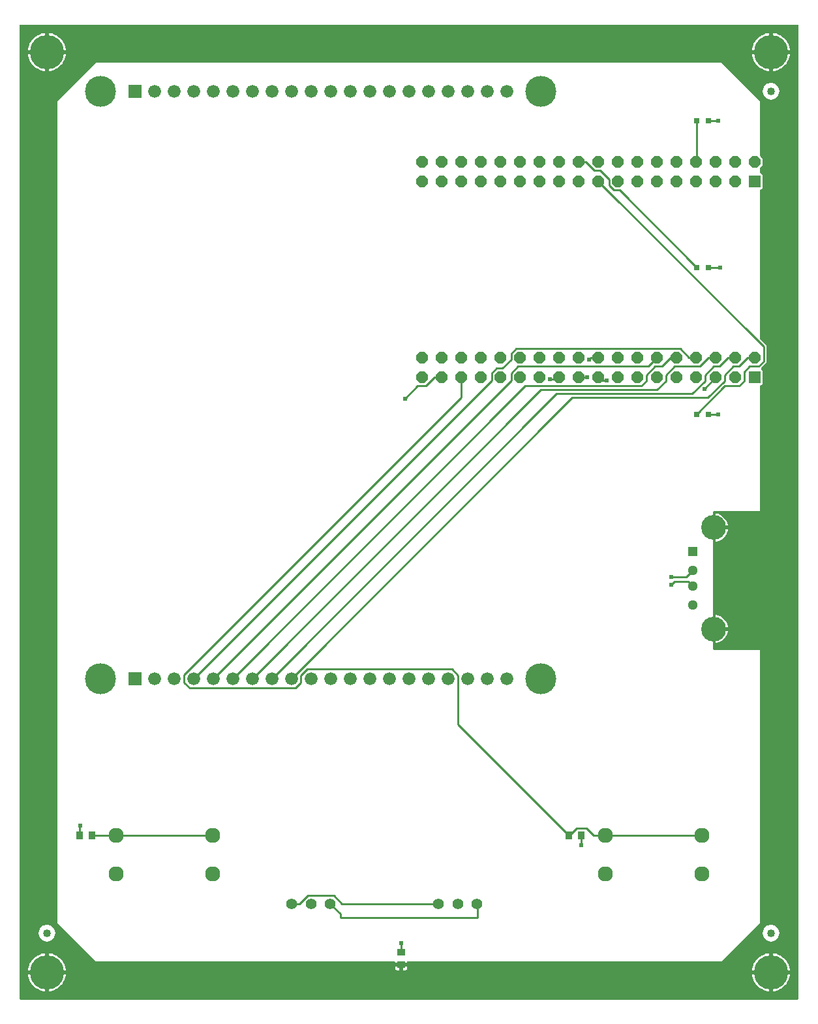
<source format=gbr>
G04 EAGLE Gerber RS-274X export*
G75*
%MOMM*%
%FSLAX34Y34*%
%LPD*%
%INTop Copper*%
%IPPOS*%
%AMOC8*
5,1,8,0,0,1.08239X$1,22.5*%
G01*
%ADD10R,0.800000X0.800000*%
%ADD11R,1.288000X1.288000*%
%ADD12C,1.288000*%
%ADD13C,3.220000*%
%ADD14R,1.676400X1.676400*%
%ADD15C,1.676400*%
%ADD16C,4.016000*%
%ADD17R,1.524000X1.524000*%
%ADD18P,1.649562X8X202.500000*%
%ADD19C,1.960000*%
%ADD20C,1.400000*%
%ADD21R,0.949959X1.031241*%
%ADD22C,4.445000*%
%ADD23C,1.016000*%
%ADD24R,1.031241X0.949959*%
%ADD25C,0.254000*%
%ADD26C,0.609600*%

G36*
X1013444Y1266308D02*
X1013444Y1266308D01*
X1013437Y1266427D01*
X1013424Y1266465D01*
X1013419Y1266506D01*
X1013376Y1266616D01*
X1013339Y1266729D01*
X1013317Y1266764D01*
X1013302Y1266801D01*
X1013233Y1266897D01*
X1013169Y1266998D01*
X1013139Y1267026D01*
X1013116Y1267059D01*
X1013024Y1267135D01*
X1012937Y1267216D01*
X1012902Y1267236D01*
X1012871Y1267261D01*
X1012763Y1267312D01*
X1012659Y1267370D01*
X1012619Y1267380D01*
X1012583Y1267397D01*
X1012466Y1267419D01*
X1012351Y1267449D01*
X1012291Y1267453D01*
X1012271Y1267457D01*
X1012250Y1267455D01*
X1012190Y1267459D01*
X3810Y1267459D01*
X3692Y1267444D01*
X3573Y1267437D01*
X3535Y1267424D01*
X3494Y1267419D01*
X3384Y1267376D01*
X3271Y1267339D01*
X3236Y1267317D01*
X3199Y1267302D01*
X3103Y1267233D01*
X3002Y1267169D01*
X2974Y1267139D01*
X2941Y1267116D01*
X2865Y1267024D01*
X2784Y1266937D01*
X2764Y1266902D01*
X2739Y1266871D01*
X2688Y1266763D01*
X2630Y1266659D01*
X2620Y1266619D01*
X2603Y1266583D01*
X2581Y1266466D01*
X2551Y1266351D01*
X2547Y1266291D01*
X2543Y1266271D01*
X2545Y1266250D01*
X2541Y1266190D01*
X2541Y3810D01*
X2556Y3692D01*
X2563Y3573D01*
X2576Y3535D01*
X2581Y3494D01*
X2624Y3384D01*
X2661Y3271D01*
X2683Y3236D01*
X2698Y3199D01*
X2767Y3103D01*
X2831Y3002D01*
X2861Y2974D01*
X2884Y2941D01*
X2976Y2865D01*
X3063Y2784D01*
X3098Y2764D01*
X3129Y2739D01*
X3237Y2688D01*
X3341Y2630D01*
X3381Y2620D01*
X3417Y2603D01*
X3534Y2581D01*
X3649Y2551D01*
X3709Y2547D01*
X3729Y2543D01*
X3750Y2545D01*
X3810Y2541D01*
X1012190Y2541D01*
X1012308Y2556D01*
X1012427Y2563D01*
X1012465Y2576D01*
X1012506Y2581D01*
X1012616Y2624D01*
X1012729Y2661D01*
X1012764Y2683D01*
X1012801Y2698D01*
X1012897Y2767D01*
X1012998Y2831D01*
X1013026Y2861D01*
X1013059Y2884D01*
X1013135Y2976D01*
X1013216Y3063D01*
X1013236Y3098D01*
X1013261Y3129D01*
X1013312Y3237D01*
X1013370Y3341D01*
X1013380Y3381D01*
X1013397Y3417D01*
X1013419Y3534D01*
X1013449Y3649D01*
X1013453Y3709D01*
X1013457Y3729D01*
X1013455Y3750D01*
X1013459Y3810D01*
X1013459Y1266190D01*
X1013444Y1266308D01*
G37*
%LPC*%
G36*
X102126Y1217931D02*
X102126Y1217931D01*
X913874Y1217931D01*
X963931Y1167874D01*
X963931Y1097264D01*
X963943Y1097166D01*
X963946Y1097067D01*
X963963Y1097009D01*
X963971Y1096949D01*
X964007Y1096857D01*
X964035Y1096762D01*
X964065Y1096710D01*
X964088Y1096653D01*
X964146Y1096573D01*
X964196Y1096488D01*
X964262Y1096412D01*
X964274Y1096396D01*
X964284Y1096388D01*
X964303Y1096367D01*
X967061Y1093609D01*
X967061Y1085191D01*
X964303Y1082433D01*
X964242Y1082355D01*
X964174Y1082283D01*
X964145Y1082230D01*
X964108Y1082182D01*
X964068Y1082091D01*
X964020Y1082004D01*
X964005Y1081946D01*
X963981Y1081890D01*
X963966Y1081792D01*
X963941Y1081696D01*
X963935Y1081596D01*
X963931Y1081576D01*
X963933Y1081564D01*
X963931Y1081536D01*
X963931Y1075430D01*
X963946Y1075312D01*
X963953Y1075193D01*
X963966Y1075155D01*
X963971Y1075114D01*
X964014Y1075004D01*
X964051Y1074891D01*
X964073Y1074856D01*
X964088Y1074819D01*
X964158Y1074723D01*
X964221Y1074622D01*
X964251Y1074594D01*
X964274Y1074561D01*
X964366Y1074485D01*
X964453Y1074404D01*
X964488Y1074384D01*
X964519Y1074359D01*
X964627Y1074308D01*
X964731Y1074250D01*
X964771Y1074240D01*
X964807Y1074223D01*
X964924Y1074201D01*
X965039Y1074171D01*
X965100Y1074167D01*
X965120Y1074163D01*
X965140Y1074165D01*
X965200Y1074161D01*
X965572Y1074161D01*
X967061Y1072672D01*
X967061Y1055328D01*
X965572Y1053839D01*
X965200Y1053839D01*
X965082Y1053824D01*
X964963Y1053817D01*
X964925Y1053804D01*
X964884Y1053799D01*
X964774Y1053756D01*
X964661Y1053719D01*
X964626Y1053697D01*
X964589Y1053682D01*
X964493Y1053613D01*
X964392Y1053549D01*
X964364Y1053519D01*
X964331Y1053496D01*
X964256Y1053404D01*
X964174Y1053317D01*
X964154Y1053282D01*
X964129Y1053251D01*
X964078Y1053143D01*
X964020Y1053039D01*
X964010Y1052999D01*
X963993Y1052963D01*
X963971Y1052846D01*
X963941Y1052731D01*
X963937Y1052671D01*
X963933Y1052651D01*
X963935Y1052630D01*
X963931Y1052570D01*
X963931Y859684D01*
X963943Y859586D01*
X963946Y859487D01*
X963963Y859429D01*
X963971Y859369D01*
X964007Y859277D01*
X964035Y859181D01*
X964065Y859129D01*
X964088Y859073D01*
X964146Y858993D01*
X964196Y858908D01*
X964262Y858832D01*
X964274Y858816D01*
X964284Y858808D01*
X964303Y858787D01*
X972141Y850948D01*
X972141Y829087D01*
X965817Y822763D01*
X965291Y822237D01*
X965218Y822143D01*
X965139Y822054D01*
X965121Y822018D01*
X965096Y821986D01*
X965049Y821877D01*
X964995Y821771D01*
X964986Y821731D01*
X964970Y821694D01*
X964951Y821576D01*
X964925Y821460D01*
X964926Y821420D01*
X964920Y821380D01*
X964931Y821261D01*
X964935Y821142D01*
X964946Y821104D01*
X964950Y821063D01*
X964990Y820951D01*
X965023Y820837D01*
X965043Y820802D01*
X965057Y820764D01*
X965124Y820666D01*
X965185Y820563D01*
X965224Y820518D01*
X965236Y820501D01*
X965251Y820487D01*
X965291Y820442D01*
X967061Y818672D01*
X967061Y801328D01*
X965572Y799839D01*
X965200Y799839D01*
X965082Y799824D01*
X964963Y799817D01*
X964925Y799804D01*
X964884Y799799D01*
X964774Y799756D01*
X964661Y799719D01*
X964626Y799697D01*
X964589Y799682D01*
X964493Y799613D01*
X964392Y799549D01*
X964364Y799519D01*
X964331Y799496D01*
X964256Y799404D01*
X964174Y799317D01*
X964154Y799282D01*
X964129Y799251D01*
X964078Y799143D01*
X964020Y799039D01*
X964010Y798999D01*
X963993Y798963D01*
X963971Y798846D01*
X963941Y798731D01*
X963937Y798671D01*
X963933Y798651D01*
X963935Y798630D01*
X963931Y798570D01*
X963931Y636269D01*
X904240Y636269D01*
X904122Y636254D01*
X904003Y636247D01*
X903965Y636234D01*
X903924Y636229D01*
X903814Y636186D01*
X903701Y636149D01*
X903666Y636127D01*
X903629Y636112D01*
X903533Y636043D01*
X903432Y635979D01*
X903404Y635949D01*
X903371Y635926D01*
X903296Y635834D01*
X903214Y635747D01*
X903194Y635712D01*
X903169Y635681D01*
X903118Y635573D01*
X903060Y635469D01*
X903050Y635429D01*
X903033Y635393D01*
X903011Y635276D01*
X902981Y635161D01*
X902977Y635101D01*
X902973Y635081D01*
X902975Y635060D01*
X902971Y635000D01*
X902971Y616170D01*
X902986Y616052D01*
X902993Y615933D01*
X903006Y615895D01*
X903011Y615855D01*
X903054Y615744D01*
X903091Y615631D01*
X903113Y615597D01*
X903128Y615559D01*
X903198Y615463D01*
X903261Y615362D01*
X903291Y615334D01*
X903314Y615302D01*
X903401Y615230D01*
X903401Y614577D01*
X903371Y614555D01*
X903296Y614464D01*
X903214Y614377D01*
X903194Y614342D01*
X903169Y614310D01*
X903118Y614203D01*
X903060Y614098D01*
X903050Y614059D01*
X903033Y614023D01*
X903011Y613906D01*
X902981Y613791D01*
X902977Y613730D01*
X902973Y613710D01*
X902975Y613690D01*
X902971Y613630D01*
X902971Y484770D01*
X902986Y484652D01*
X902993Y484533D01*
X903006Y484495D01*
X903011Y484455D01*
X903054Y484344D01*
X903091Y484231D01*
X903113Y484197D01*
X903128Y484159D01*
X903198Y484063D01*
X903261Y483962D01*
X903291Y483934D01*
X903314Y483902D01*
X903401Y483830D01*
X903401Y483177D01*
X903371Y483155D01*
X903296Y483064D01*
X903214Y482977D01*
X903194Y482942D01*
X903169Y482910D01*
X903118Y482803D01*
X903060Y482698D01*
X903050Y482659D01*
X903033Y482623D01*
X903011Y482506D01*
X902981Y482391D01*
X902977Y482330D01*
X902973Y482310D01*
X902975Y482290D01*
X902971Y482230D01*
X902971Y457200D01*
X902986Y457082D01*
X902993Y456963D01*
X903006Y456925D01*
X903011Y456884D01*
X903054Y456774D01*
X903091Y456661D01*
X903113Y456626D01*
X903128Y456589D01*
X903198Y456493D01*
X903261Y456392D01*
X903291Y456364D01*
X903314Y456331D01*
X903406Y456256D01*
X903493Y456174D01*
X903528Y456154D01*
X903559Y456129D01*
X903667Y456078D01*
X903771Y456020D01*
X903811Y456010D01*
X903847Y455993D01*
X903964Y455971D01*
X904079Y455941D01*
X904140Y455937D01*
X904160Y455933D01*
X904180Y455935D01*
X904240Y455931D01*
X963931Y455931D01*
X963931Y102126D01*
X913874Y52069D01*
X506806Y52069D01*
X506688Y52054D01*
X506569Y52047D01*
X506531Y52034D01*
X506491Y52029D01*
X506380Y51986D01*
X506267Y51949D01*
X506233Y51927D01*
X506195Y51912D01*
X506099Y51843D01*
X505998Y51779D01*
X505970Y51749D01*
X505938Y51726D01*
X505862Y51634D01*
X505780Y51547D01*
X505761Y51512D01*
X505735Y51481D01*
X505684Y51373D01*
X505627Y51269D01*
X505616Y51229D01*
X505599Y51193D01*
X505577Y51076D01*
X505547Y50961D01*
X505543Y50901D01*
X505539Y50881D01*
X505541Y50860D01*
X505541Y50859D01*
X505539Y50853D01*
X505540Y50846D01*
X505537Y50800D01*
X505537Y50253D01*
X498945Y50253D01*
X498827Y50238D01*
X498708Y50231D01*
X498670Y50218D01*
X498630Y50213D01*
X498519Y50169D01*
X498406Y50133D01*
X498371Y50111D01*
X498334Y50096D01*
X498238Y50026D01*
X498137Y49963D01*
X498109Y49933D01*
X498077Y49909D01*
X498001Y49818D01*
X497919Y49731D01*
X497900Y49696D01*
X497874Y49664D01*
X497844Y49600D01*
X497777Y49691D01*
X497714Y49792D01*
X497684Y49820D01*
X497660Y49852D01*
X497569Y49928D01*
X497482Y50010D01*
X497447Y50029D01*
X497415Y50055D01*
X497308Y50106D01*
X497204Y50163D01*
X497164Y50174D01*
X497128Y50191D01*
X497011Y50213D01*
X496896Y50243D01*
X496835Y50247D01*
X496815Y50251D01*
X496795Y50249D01*
X496735Y50253D01*
X490143Y50253D01*
X490143Y50800D01*
X490128Y50918D01*
X490121Y51037D01*
X490108Y51075D01*
X490103Y51116D01*
X490059Y51226D01*
X490023Y51339D01*
X490001Y51374D01*
X489986Y51411D01*
X489916Y51508D01*
X489853Y51608D01*
X489823Y51636D01*
X489799Y51669D01*
X489708Y51745D01*
X489621Y51826D01*
X489586Y51846D01*
X489554Y51871D01*
X489447Y51922D01*
X489342Y51980D01*
X489303Y51990D01*
X489267Y52007D01*
X489150Y52029D01*
X489035Y52059D01*
X488974Y52063D01*
X488954Y52067D01*
X488934Y52065D01*
X488874Y52069D01*
X102126Y52069D01*
X52069Y102126D01*
X52069Y1167874D01*
X102126Y1217931D01*
G37*
%LPD*%
%LPC*%
G36*
X32568Y79319D02*
X32568Y79319D01*
X28519Y83368D01*
X27036Y88900D01*
X28519Y94432D01*
X32568Y98481D01*
X38100Y99964D01*
X43632Y98481D01*
X47681Y94432D01*
X49164Y88900D01*
X47681Y83368D01*
X43632Y79319D01*
X38100Y77836D01*
X32568Y79319D01*
G37*
%LPD*%
%LPC*%
G36*
X972368Y79319D02*
X972368Y79319D01*
X968319Y83368D01*
X966836Y88900D01*
X968319Y94432D01*
X972368Y98481D01*
X977900Y99964D01*
X983432Y98481D01*
X987481Y94432D01*
X988964Y88900D01*
X987481Y83368D01*
X983432Y79319D01*
X977900Y77836D01*
X972368Y79319D01*
G37*
%LPD*%
%LPC*%
G36*
X972368Y1171519D02*
X972368Y1171519D01*
X968319Y1175568D01*
X966836Y1181100D01*
X968319Y1186632D01*
X972368Y1190681D01*
X977900Y1192164D01*
X983432Y1190681D01*
X987481Y1186632D01*
X988964Y1181100D01*
X987481Y1175568D01*
X983432Y1171519D01*
X977900Y1170036D01*
X972368Y1171519D01*
G37*
%LPD*%
%LPC*%
G36*
X40639Y1234439D02*
X40639Y1234439D01*
X40639Y1256536D01*
X42255Y1256354D01*
X44967Y1255735D01*
X47592Y1254817D01*
X50099Y1253610D01*
X52454Y1252130D01*
X54629Y1250395D01*
X56595Y1248429D01*
X58330Y1246254D01*
X59810Y1243899D01*
X61017Y1241392D01*
X61935Y1238767D01*
X62554Y1236055D01*
X62736Y1234439D01*
X40639Y1234439D01*
G37*
%LPD*%
%LPC*%
G36*
X980439Y1234439D02*
X980439Y1234439D01*
X980439Y1256536D01*
X982055Y1256354D01*
X984767Y1255735D01*
X987392Y1254817D01*
X989899Y1253610D01*
X992254Y1252130D01*
X994429Y1250395D01*
X996395Y1248429D01*
X998130Y1246254D01*
X999610Y1243899D01*
X1000817Y1241392D01*
X1001735Y1238767D01*
X1002354Y1236055D01*
X1002536Y1234439D01*
X980439Y1234439D01*
G37*
%LPD*%
%LPC*%
G36*
X40639Y40639D02*
X40639Y40639D01*
X40639Y62736D01*
X42255Y62554D01*
X44967Y61935D01*
X47592Y61017D01*
X50099Y59810D01*
X52454Y58330D01*
X54629Y56595D01*
X56595Y54629D01*
X58330Y52454D01*
X59810Y50099D01*
X61017Y47592D01*
X61935Y44967D01*
X62554Y42255D01*
X62736Y40639D01*
X40639Y40639D01*
G37*
%LPD*%
%LPC*%
G36*
X980439Y40639D02*
X980439Y40639D01*
X980439Y62736D01*
X982055Y62554D01*
X984767Y61935D01*
X987392Y61017D01*
X989899Y59810D01*
X992254Y58330D01*
X994429Y56595D01*
X996395Y54629D01*
X998130Y52454D01*
X999610Y50099D01*
X1000817Y47592D01*
X1001735Y44967D01*
X1002354Y42255D01*
X1002536Y40639D01*
X980439Y40639D01*
G37*
%LPD*%
%LPC*%
G36*
X13464Y1234439D02*
X13464Y1234439D01*
X13646Y1236055D01*
X14265Y1238767D01*
X15183Y1241392D01*
X16390Y1243899D01*
X17870Y1246254D01*
X19605Y1248429D01*
X21571Y1250395D01*
X23746Y1252130D01*
X26101Y1253610D01*
X28608Y1254817D01*
X31233Y1255735D01*
X33945Y1256354D01*
X35561Y1256536D01*
X35561Y1234439D01*
X13464Y1234439D01*
G37*
%LPD*%
%LPC*%
G36*
X953264Y1234439D02*
X953264Y1234439D01*
X953446Y1236055D01*
X954065Y1238767D01*
X954983Y1241392D01*
X956190Y1243899D01*
X957670Y1246254D01*
X959405Y1248429D01*
X961371Y1250395D01*
X963546Y1252130D01*
X965901Y1253610D01*
X968408Y1254817D01*
X971033Y1255735D01*
X973745Y1256354D01*
X975361Y1256536D01*
X975361Y1234439D01*
X953264Y1234439D01*
G37*
%LPD*%
%LPC*%
G36*
X980439Y1229361D02*
X980439Y1229361D01*
X1002536Y1229361D01*
X1002354Y1227745D01*
X1001735Y1225033D01*
X1000817Y1222408D01*
X999610Y1219901D01*
X998130Y1217546D01*
X996395Y1215371D01*
X994429Y1213405D01*
X992254Y1211670D01*
X989899Y1210190D01*
X987392Y1208983D01*
X984767Y1208065D01*
X982055Y1207446D01*
X980439Y1207264D01*
X980439Y1229361D01*
G37*
%LPD*%
%LPC*%
G36*
X40639Y1229361D02*
X40639Y1229361D01*
X62736Y1229361D01*
X62554Y1227745D01*
X61935Y1225033D01*
X61017Y1222408D01*
X59810Y1219901D01*
X58330Y1217546D01*
X56595Y1215371D01*
X54629Y1213405D01*
X52454Y1211670D01*
X50099Y1210190D01*
X47592Y1208983D01*
X44967Y1208065D01*
X42255Y1207446D01*
X40639Y1207264D01*
X40639Y1229361D01*
G37*
%LPD*%
%LPC*%
G36*
X13464Y40639D02*
X13464Y40639D01*
X13646Y42255D01*
X14265Y44967D01*
X15183Y47592D01*
X16390Y50099D01*
X17870Y52454D01*
X19605Y54629D01*
X21571Y56595D01*
X23746Y58330D01*
X26101Y59810D01*
X28608Y61017D01*
X31233Y61935D01*
X33945Y62554D01*
X35561Y62736D01*
X35561Y40639D01*
X13464Y40639D01*
G37*
%LPD*%
%LPC*%
G36*
X953264Y40639D02*
X953264Y40639D01*
X953446Y42255D01*
X954065Y44967D01*
X954983Y47592D01*
X956190Y50099D01*
X957670Y52454D01*
X959405Y54629D01*
X961371Y56595D01*
X963546Y58330D01*
X965901Y59810D01*
X968408Y61017D01*
X971033Y61935D01*
X973745Y62554D01*
X975361Y62736D01*
X975361Y40639D01*
X953264Y40639D01*
G37*
%LPD*%
%LPC*%
G36*
X980439Y35561D02*
X980439Y35561D01*
X1002536Y35561D01*
X1002354Y33945D01*
X1001735Y31233D01*
X1000817Y28608D01*
X999610Y26101D01*
X998130Y23746D01*
X996395Y21571D01*
X994429Y19605D01*
X992254Y17870D01*
X989899Y16390D01*
X987392Y15183D01*
X984767Y14265D01*
X982055Y13646D01*
X980439Y13464D01*
X980439Y35561D01*
G37*
%LPD*%
%LPC*%
G36*
X40639Y35561D02*
X40639Y35561D01*
X62736Y35561D01*
X62554Y33945D01*
X61935Y31233D01*
X61017Y28608D01*
X59810Y26101D01*
X58330Y23746D01*
X56595Y21571D01*
X54629Y19605D01*
X52454Y17870D01*
X50099Y16390D01*
X47592Y15183D01*
X44967Y14265D01*
X42255Y13646D01*
X40639Y13464D01*
X40639Y35561D01*
G37*
%LPD*%
%LPC*%
G36*
X973745Y1207446D02*
X973745Y1207446D01*
X971033Y1208065D01*
X968408Y1208983D01*
X965901Y1210190D01*
X963546Y1211670D01*
X961371Y1213405D01*
X959405Y1215371D01*
X957670Y1217546D01*
X956190Y1219901D01*
X954983Y1222408D01*
X954065Y1225033D01*
X953446Y1227745D01*
X953264Y1229361D01*
X975361Y1229361D01*
X975361Y1207264D01*
X973745Y1207446D01*
G37*
%LPD*%
%LPC*%
G36*
X33945Y1207446D02*
X33945Y1207446D01*
X31233Y1208065D01*
X28608Y1208983D01*
X26101Y1210190D01*
X23746Y1211670D01*
X21571Y1213405D01*
X19605Y1215371D01*
X17870Y1217546D01*
X16390Y1219901D01*
X15183Y1222408D01*
X14265Y1225033D01*
X13646Y1227745D01*
X13464Y1229361D01*
X35561Y1229361D01*
X35561Y1207264D01*
X33945Y1207446D01*
G37*
%LPD*%
%LPC*%
G36*
X973745Y13646D02*
X973745Y13646D01*
X971033Y14265D01*
X968408Y15183D01*
X965901Y16390D01*
X963546Y17870D01*
X961371Y19605D01*
X959405Y21571D01*
X957670Y23746D01*
X956190Y26101D01*
X954983Y28608D01*
X954065Y31233D01*
X953446Y33945D01*
X953264Y35561D01*
X975361Y35561D01*
X975361Y13464D01*
X973745Y13646D01*
G37*
%LPD*%
%LPC*%
G36*
X33945Y13646D02*
X33945Y13646D01*
X31233Y14265D01*
X28608Y15183D01*
X26101Y16390D01*
X23746Y17870D01*
X21571Y19605D01*
X19605Y21571D01*
X17870Y23746D01*
X16390Y26101D01*
X15183Y28608D01*
X14265Y31233D01*
X13646Y33945D01*
X13464Y35561D01*
X35561Y35561D01*
X35561Y13464D01*
X33945Y13646D01*
G37*
%LPD*%
%LPC*%
G36*
X905939Y617439D02*
X905939Y617439D01*
X905939Y633367D01*
X907045Y633222D01*
X909405Y632589D01*
X911662Y631654D01*
X913778Y630432D01*
X915717Y628945D01*
X917445Y627217D01*
X918932Y625278D01*
X920154Y623162D01*
X921089Y620905D01*
X921722Y618545D01*
X921867Y617439D01*
X905939Y617439D01*
G37*
%LPD*%
%LPC*%
G36*
X905939Y486039D02*
X905939Y486039D01*
X905939Y501967D01*
X907045Y501822D01*
X909405Y501189D01*
X911662Y500254D01*
X913778Y499032D01*
X915717Y497545D01*
X917445Y495817D01*
X918932Y493878D01*
X920154Y491762D01*
X921089Y489505D01*
X921722Y487145D01*
X921867Y486039D01*
X905939Y486039D01*
G37*
%LPD*%
%LPC*%
G36*
X905939Y612361D02*
X905939Y612361D01*
X921867Y612361D01*
X921722Y611255D01*
X921089Y608895D01*
X920154Y606638D01*
X918932Y604522D01*
X917445Y602583D01*
X915717Y600855D01*
X913778Y599368D01*
X911662Y598146D01*
X909405Y597211D01*
X907045Y596578D01*
X905939Y596433D01*
X905939Y612361D01*
G37*
%LPD*%
%LPC*%
G36*
X905939Y480961D02*
X905939Y480961D01*
X921867Y480961D01*
X921722Y479855D01*
X921089Y477495D01*
X920154Y475238D01*
X918932Y473122D01*
X917445Y471183D01*
X915717Y469455D01*
X913778Y467968D01*
X911662Y466746D01*
X909405Y465811D01*
X907045Y465178D01*
X905939Y465033D01*
X905939Y480961D01*
G37*
%LPD*%
%LPC*%
G36*
X500214Y40588D02*
X500214Y40588D01*
X500214Y45505D01*
X505537Y45505D01*
X505537Y42795D01*
X505364Y42148D01*
X505029Y41569D01*
X504556Y41096D01*
X503977Y40762D01*
X503331Y40588D01*
X500214Y40588D01*
G37*
%LPD*%
%LPC*%
G36*
X492349Y40588D02*
X492349Y40588D01*
X491703Y40762D01*
X491124Y41096D01*
X490651Y41569D01*
X490316Y42148D01*
X490143Y42795D01*
X490143Y45505D01*
X495466Y45505D01*
X495466Y40588D01*
X492349Y40588D01*
G37*
%LPD*%
%LPC*%
G36*
X977899Y1231899D02*
X977899Y1231899D01*
X977899Y1231901D01*
X977901Y1231901D01*
X977901Y1231899D01*
X977899Y1231899D01*
G37*
%LPD*%
%LPC*%
G36*
X38099Y1231899D02*
X38099Y1231899D01*
X38099Y1231901D01*
X38101Y1231901D01*
X38101Y1231899D01*
X38099Y1231899D01*
G37*
%LPD*%
%LPC*%
G36*
X977899Y38099D02*
X977899Y38099D01*
X977899Y38101D01*
X977901Y38101D01*
X977901Y38099D01*
X977899Y38099D01*
G37*
%LPD*%
%LPC*%
G36*
X38099Y38099D02*
X38099Y38099D01*
X38099Y38101D01*
X38101Y38101D01*
X38101Y38099D01*
X38099Y38099D01*
G37*
%LPD*%
D10*
X881500Y1143000D03*
X896500Y1143000D03*
X881500Y952500D03*
X896500Y952500D03*
X881500Y762000D03*
X896500Y762000D03*
D11*
X876300Y584200D03*
D12*
X876300Y559200D03*
X876300Y539200D03*
X876300Y514200D03*
D13*
X903400Y614900D03*
X903400Y483500D03*
D14*
X152400Y1181100D03*
D15*
X177800Y1181100D03*
X203200Y1181100D03*
X228600Y1181100D03*
X254000Y1181100D03*
X279400Y1181100D03*
X304800Y1181100D03*
X330200Y1181100D03*
X355600Y1181100D03*
X381000Y1181100D03*
X406400Y1181100D03*
X431800Y1181100D03*
X457200Y1181100D03*
X482600Y1181100D03*
X508000Y1181100D03*
X533400Y1181100D03*
X558800Y1181100D03*
X584200Y1181100D03*
X609600Y1181100D03*
X635000Y1181100D03*
D14*
X152400Y419100D03*
D15*
X177800Y419100D03*
X203200Y419100D03*
X228600Y419100D03*
X254000Y419100D03*
X279400Y419100D03*
X304800Y419100D03*
X330200Y419100D03*
X355600Y419100D03*
X381000Y419100D03*
X406400Y419100D03*
X431800Y419100D03*
X457200Y419100D03*
X482600Y419100D03*
X508000Y419100D03*
X533400Y419100D03*
X558800Y419100D03*
X584200Y419100D03*
X609600Y419100D03*
X635000Y419100D03*
D16*
X107950Y419100D03*
X679450Y419100D03*
X107950Y1181100D03*
X679450Y1181100D03*
D17*
X956900Y810000D03*
D18*
X956900Y835400D03*
X931500Y810000D03*
X931500Y835400D03*
X906100Y810000D03*
X906100Y835400D03*
X880700Y810000D03*
X880700Y835400D03*
X855300Y810000D03*
X855300Y835400D03*
X829900Y810000D03*
X829900Y835400D03*
X804500Y810000D03*
X804500Y835400D03*
X779100Y810000D03*
X779100Y835400D03*
X753700Y810000D03*
X753700Y835400D03*
X728300Y810000D03*
X728300Y835400D03*
X702900Y810000D03*
X702900Y835400D03*
X677500Y810000D03*
X677500Y835400D03*
X652100Y810000D03*
X652100Y835400D03*
X626700Y810000D03*
X626700Y835400D03*
X601300Y810000D03*
X601300Y835400D03*
X575900Y810000D03*
X575900Y835400D03*
X550500Y810000D03*
X550500Y835400D03*
X525100Y810000D03*
X525100Y835400D03*
D17*
X956900Y1064000D03*
D18*
X956900Y1089400D03*
X931500Y1064000D03*
X931500Y1089400D03*
X906100Y1064000D03*
X906100Y1089400D03*
X880700Y1064000D03*
X880700Y1089400D03*
X855300Y1064000D03*
X855300Y1089400D03*
X829900Y1064000D03*
X829900Y1089400D03*
X804500Y1064000D03*
X804500Y1089400D03*
X779100Y1064000D03*
X779100Y1089400D03*
X753700Y1064000D03*
X753700Y1089400D03*
X728300Y1064000D03*
X728300Y1089400D03*
X702900Y1064000D03*
X702900Y1089400D03*
X677500Y1064000D03*
X677500Y1089400D03*
X652100Y1064000D03*
X652100Y1089400D03*
X626700Y1064000D03*
X626700Y1089400D03*
X601300Y1064000D03*
X601300Y1089400D03*
X575900Y1064000D03*
X575900Y1089400D03*
X550500Y1064000D03*
X550500Y1089400D03*
X525100Y1064000D03*
X525100Y1089400D03*
D19*
X253000Y215500D03*
X253000Y165500D03*
X128000Y165500D03*
X128000Y215500D03*
X888000Y215500D03*
X888000Y165500D03*
X763000Y165500D03*
X763000Y215500D03*
D20*
X546500Y127000D03*
X571500Y127000D03*
X596500Y127000D03*
X356000Y127000D03*
X381000Y127000D03*
X406000Y127000D03*
D21*
X715899Y215900D03*
X731901Y215900D03*
X96901Y215900D03*
X80899Y215900D03*
D22*
X38100Y1231900D03*
X38100Y38100D03*
X977900Y38100D03*
X977900Y1231900D03*
D23*
X38100Y88900D03*
X977900Y88900D03*
X977900Y1181100D03*
D24*
X497840Y63881D03*
X497840Y47879D03*
D25*
X896500Y1143000D02*
X909320Y1143000D01*
D26*
X909320Y1143000D03*
D25*
X911860Y952500D02*
X896500Y952500D01*
D26*
X911860Y952500D03*
D25*
X497840Y76200D02*
X497840Y63881D01*
D26*
X497840Y76200D03*
D25*
X896500Y762000D02*
X909320Y762000D01*
D26*
X909320Y762000D03*
D25*
X936235Y798570D02*
X942930Y805266D01*
X961635Y823970D02*
X968330Y830666D01*
X918070Y798570D02*
X881500Y762000D01*
X918070Y798570D02*
X936235Y798570D01*
X942930Y805266D02*
X942930Y816658D01*
X950242Y823970D01*
X961635Y823970D01*
X968330Y830666D02*
X968330Y849370D01*
X753700Y1064000D01*
X781430Y1052570D02*
X881500Y952500D01*
X781430Y1052570D02*
X774366Y1052570D01*
X767670Y1059266D01*
X737536Y1089400D02*
X728300Y1089400D01*
X737536Y1089400D02*
X748966Y1077970D01*
X767670Y1066195D02*
X767670Y1059266D01*
X767670Y1066195D02*
X755895Y1077970D01*
X748966Y1077970D01*
X881500Y1090200D02*
X881500Y1143000D01*
X881500Y1090200D02*
X880700Y1089400D01*
X80899Y228219D02*
X80899Y215900D01*
X80899Y228219D02*
X81280Y228600D01*
D26*
X81280Y228600D03*
D25*
X731901Y215900D02*
X731901Y203200D01*
X731520Y203200D01*
D26*
X731520Y203200D03*
D25*
X725573Y224866D02*
X738229Y224866D01*
X747595Y215500D02*
X763000Y215500D01*
X747595Y215500D02*
X738229Y224866D01*
X716607Y215900D02*
X715899Y215900D01*
X716607Y215900D02*
X725573Y224866D01*
X763000Y215500D02*
X888000Y215500D01*
X367792Y414050D02*
X360650Y406908D01*
X223550Y406908D02*
X216408Y414050D01*
X216408Y424150D01*
X563850Y431292D02*
X572008Y423134D01*
X563850Y431292D02*
X375950Y431292D01*
X367792Y423134D01*
X367792Y414050D01*
X575900Y783642D02*
X575900Y810000D01*
X575900Y783642D02*
X216408Y424150D01*
X572008Y359791D02*
X715899Y215900D01*
X572008Y359791D02*
X572008Y423134D01*
X360650Y406908D02*
X223550Y406908D01*
D26*
X502920Y782320D03*
D25*
X519170Y798570D01*
X541265Y810000D02*
X550500Y810000D01*
X529835Y798570D02*
X519170Y798570D01*
X529835Y798570D02*
X541265Y810000D01*
X128000Y215500D02*
X97301Y215500D01*
X96901Y215900D01*
X128000Y215500D02*
X253000Y215500D01*
D26*
X741680Y833120D03*
D25*
X743960Y835400D01*
X753700Y835400D01*
X365712Y127000D02*
X356000Y127000D01*
X421288Y127000D02*
X546500Y127000D01*
X376522Y137810D02*
X365712Y127000D01*
X410478Y137810D02*
X421288Y127000D01*
X410478Y137810D02*
X376522Y137810D01*
X406000Y127000D02*
X419100Y113900D01*
X419100Y109220D01*
X596900Y109220D01*
X596900Y126600D01*
X596500Y127000D01*
D26*
X764540Y805428D03*
D25*
X758272Y805428D01*
X753700Y810000D01*
D26*
X739140Y810260D03*
D25*
X738880Y810000D01*
X728300Y810000D01*
D26*
X690880Y807720D03*
D25*
X700620Y807720D01*
X702900Y810000D01*
D26*
X891562Y794998D03*
D25*
X906100Y809537D01*
X906100Y810000D01*
X615270Y805770D02*
X228600Y419100D01*
X615270Y805770D02*
X615270Y814735D01*
X621966Y821430D01*
X640670Y840135D02*
X647366Y846830D01*
X628895Y821430D02*
X621966Y821430D01*
X628895Y821430D02*
X640670Y833206D01*
X640670Y840135D01*
X647366Y846830D02*
X860035Y846830D01*
X871465Y835400D02*
X880700Y835400D01*
X871465Y835400D02*
X860035Y846830D01*
X640670Y805770D02*
X254000Y419100D01*
X640670Y805770D02*
X640670Y814735D01*
X649906Y823970D01*
X818470Y823970D02*
X829900Y835400D01*
X818470Y823970D02*
X649906Y823970D01*
X809235Y798570D02*
X815930Y805266D01*
X658870Y798570D02*
X279400Y419100D01*
X815930Y805266D02*
X815930Y812195D01*
X827706Y823970D01*
X836234Y823970D01*
X809235Y798570D02*
X658870Y798570D01*
X847664Y835400D02*
X855300Y835400D01*
X847664Y835400D02*
X836234Y823970D01*
X679190Y793490D02*
X304800Y419100D01*
X841330Y805266D02*
X841330Y812195D01*
X853106Y823970D01*
X896865Y835400D02*
X906100Y835400D01*
X885435Y823970D02*
X853106Y823970D01*
X885435Y823970D02*
X896865Y835400D01*
X829555Y793490D02*
X679190Y793490D01*
X829555Y793490D02*
X841330Y805266D01*
X699510Y788410D02*
X330200Y419100D01*
X922265Y835400D02*
X931500Y835400D01*
X922265Y835400D02*
X910835Y823970D01*
X892130Y812195D02*
X892130Y805266D01*
X892130Y812195D02*
X903906Y823970D01*
X910835Y823970D01*
X875275Y788410D02*
X699510Y788410D01*
X875275Y788410D02*
X892130Y805266D01*
X719830Y783330D02*
X355600Y419100D01*
X947665Y835400D02*
X956900Y835400D01*
X947665Y835400D02*
X936235Y823970D01*
X917530Y812195D02*
X917530Y805266D01*
X917530Y812195D02*
X929306Y823970D01*
X936235Y823970D01*
X895595Y783330D02*
X719830Y783330D01*
X895595Y783330D02*
X917530Y805266D01*
D26*
X848360Y551180D03*
D25*
X868280Y551180D02*
X876300Y559200D01*
X868280Y551180D02*
X848360Y551180D01*
D26*
X848360Y541020D03*
D25*
X852424Y545084D02*
X870416Y545084D01*
X852424Y545084D02*
X848360Y541020D01*
X870416Y545084D02*
X876300Y539200D01*
M02*

</source>
